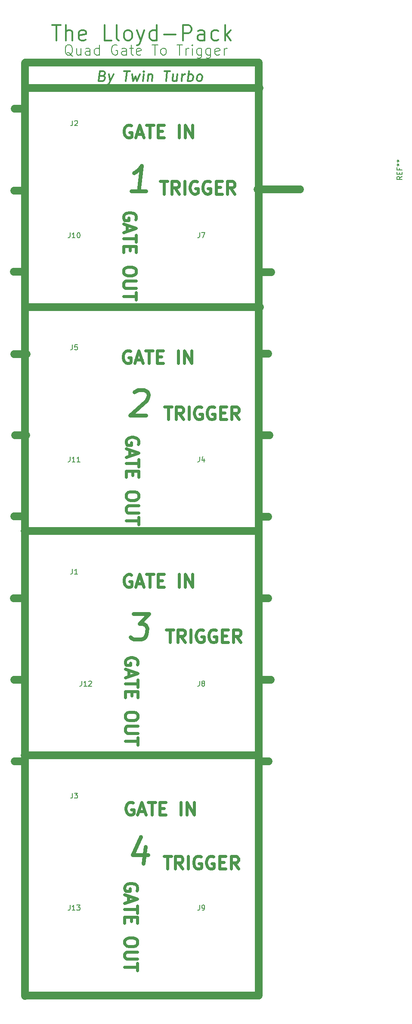
<source format=gbr>
G04 #@! TF.GenerationSoftware,KiCad,Pcbnew,(5.1.5)-3*
G04 #@! TF.CreationDate,2020-07-13T19:54:25+01:00*
G04 #@! TF.ProjectId,Panel,50616e65-6c2e-46b6-9963-61645f706362,rev?*
G04 #@! TF.SameCoordinates,Original*
G04 #@! TF.FileFunction,Legend,Top*
G04 #@! TF.FilePolarity,Positive*
%FSLAX46Y46*%
G04 Gerber Fmt 4.6, Leading zero omitted, Abs format (unit mm)*
G04 Created by KiCad (PCBNEW (5.1.5)-3) date 2020-07-13 19:54:25*
%MOMM*%
%LPD*%
G04 APERTURE LIST*
%ADD10C,1.500000*%
%ADD11C,0.300000*%
%ADD12C,0.625000*%
%ADD13C,0.150000*%
%ADD14C,0.750000*%
G04 APERTURE END LIST*
D10*
X147302220Y7965440D02*
X193248280Y7965440D01*
D11*
X162429930Y10371437D02*
X162703740Y10276199D01*
X162787073Y10180960D01*
X162858502Y9990484D01*
X162822787Y9704770D01*
X162703740Y9514294D01*
X162596597Y9419056D01*
X162394216Y9323818D01*
X161632311Y9323818D01*
X161882311Y11323818D01*
X162548978Y11323818D01*
X162727549Y11228580D01*
X162810883Y11133341D01*
X162882311Y10942865D01*
X162858502Y10752389D01*
X162739454Y10561913D01*
X162632311Y10466675D01*
X162429930Y10371437D01*
X161763264Y10371437D01*
X163608502Y10657151D02*
X163918025Y9323818D01*
X164560883Y10657151D02*
X163918025Y9323818D01*
X163668025Y8847627D01*
X163560883Y8752389D01*
X163358502Y8657151D01*
X166644216Y11323818D02*
X167787073Y11323818D01*
X166965645Y9323818D02*
X167215645Y11323818D01*
X168179930Y10657151D02*
X168394216Y9323818D01*
X168894216Y10276199D01*
X169156121Y9323818D01*
X169703740Y10657151D01*
X170298978Y9323818D02*
X170465645Y10657151D01*
X170548978Y11323818D02*
X170441835Y11228580D01*
X170525168Y11133341D01*
X170632311Y11228580D01*
X170548978Y11323818D01*
X170525168Y11133341D01*
X171418025Y10657151D02*
X171251359Y9323818D01*
X171394216Y10466675D02*
X171501359Y10561913D01*
X171703740Y10657151D01*
X171989454Y10657151D01*
X172168025Y10561913D01*
X172239454Y10371437D01*
X172108502Y9323818D01*
X174548978Y11323818D02*
X175691835Y11323818D01*
X174870406Y9323818D02*
X175120406Y11323818D01*
X177132311Y10657151D02*
X176965645Y9323818D01*
X176275168Y10657151D02*
X176144216Y9609532D01*
X176215645Y9419056D01*
X176394216Y9323818D01*
X176679930Y9323818D01*
X176882311Y9419056D01*
X176989454Y9514294D01*
X177918025Y9323818D02*
X178084692Y10657151D01*
X178037073Y10276199D02*
X178156121Y10466675D01*
X178263264Y10561913D01*
X178465645Y10657151D01*
X178656121Y10657151D01*
X179156121Y9323818D02*
X179406121Y11323818D01*
X179310883Y10561913D02*
X179513264Y10657151D01*
X179894216Y10657151D01*
X180072787Y10561913D01*
X180156121Y10466675D01*
X180227549Y10276199D01*
X180156121Y9704770D01*
X180037073Y9514294D01*
X179929930Y9419056D01*
X179727549Y9323818D01*
X179346597Y9323818D01*
X179168025Y9419056D01*
X181251359Y9323818D02*
X181072787Y9419056D01*
X180989454Y9514294D01*
X180918025Y9704770D01*
X180989454Y10276199D01*
X181108502Y10466675D01*
X181215645Y10561913D01*
X181418025Y10657151D01*
X181703740Y10657151D01*
X181882311Y10561913D01*
X181965645Y10466675D01*
X182037073Y10276199D01*
X181965645Y9704770D01*
X181846597Y9514294D01*
X181739454Y9419056D01*
X181537073Y9323818D01*
X181251359Y9323818D01*
D12*
X168409337Y-132326060D02*
X168171241Y-132207012D01*
X167814099Y-132207012D01*
X167456956Y-132326060D01*
X167218860Y-132564155D01*
X167099813Y-132802250D01*
X166980765Y-133278440D01*
X166980765Y-133635583D01*
X167099813Y-134111774D01*
X167218860Y-134349869D01*
X167456956Y-134587964D01*
X167814099Y-134707012D01*
X168052194Y-134707012D01*
X168409337Y-134587964D01*
X168528384Y-134468917D01*
X168528384Y-133635583D01*
X168052194Y-133635583D01*
X169480765Y-133992726D02*
X170671241Y-133992726D01*
X169242670Y-134707012D02*
X170076003Y-132207012D01*
X170909337Y-134707012D01*
X171385527Y-132207012D02*
X172814099Y-132207012D01*
X172099813Y-134707012D02*
X172099813Y-132207012D01*
X173647432Y-133397488D02*
X174480765Y-133397488D01*
X174837908Y-134707012D02*
X173647432Y-134707012D01*
X173647432Y-132207012D01*
X174837908Y-132207012D01*
X177814099Y-134707012D02*
X177814099Y-132207012D01*
X179004575Y-134707012D02*
X179004575Y-132207012D01*
X180433146Y-134707012D01*
X180433146Y-132207012D01*
X169113520Y-149546870D02*
X169232567Y-149308775D01*
X169232567Y-148951632D01*
X169113520Y-148594489D01*
X168875424Y-148356394D01*
X168637329Y-148237346D01*
X168161139Y-148118299D01*
X167803996Y-148118299D01*
X167327805Y-148237346D01*
X167089710Y-148356394D01*
X166851615Y-148594489D01*
X166732567Y-148951632D01*
X166732567Y-149189727D01*
X166851615Y-149546870D01*
X166970662Y-149665918D01*
X167803996Y-149665918D01*
X167803996Y-149189727D01*
X167446853Y-150618299D02*
X167446853Y-151808775D01*
X166732567Y-150380203D02*
X169232567Y-151213537D01*
X166732567Y-152046870D01*
X169232567Y-152523060D02*
X169232567Y-153951632D01*
X166732567Y-153237346D02*
X169232567Y-153237346D01*
X168042091Y-154784965D02*
X168042091Y-155618299D01*
X166732567Y-155975441D02*
X166732567Y-154784965D01*
X169232567Y-154784965D01*
X169232567Y-155975441D01*
X169232567Y-159427822D02*
X169232567Y-159904013D01*
X169113520Y-160142108D01*
X168875424Y-160380203D01*
X168399234Y-160499251D01*
X167565900Y-160499251D01*
X167089710Y-160380203D01*
X166851615Y-160142108D01*
X166732567Y-159904013D01*
X166732567Y-159427822D01*
X166851615Y-159189727D01*
X167089710Y-158951632D01*
X167565900Y-158832584D01*
X168399234Y-158832584D01*
X168875424Y-158951632D01*
X169113520Y-159189727D01*
X169232567Y-159427822D01*
X169232567Y-161570680D02*
X167208758Y-161570680D01*
X166970662Y-161689727D01*
X166851615Y-161808775D01*
X166732567Y-162046870D01*
X166732567Y-162523060D01*
X166851615Y-162761156D01*
X166970662Y-162880203D01*
X167208758Y-162999251D01*
X169232567Y-162999251D01*
X169232567Y-163832584D02*
X169232567Y-165261156D01*
X166732567Y-164546870D02*
X169232567Y-164546870D01*
X174464163Y-142788652D02*
X175892735Y-142788652D01*
X175178449Y-145288652D02*
X175178449Y-142788652D01*
X178154640Y-145288652D02*
X177321306Y-144098176D01*
X176726068Y-145288652D02*
X176726068Y-142788652D01*
X177678449Y-142788652D01*
X177916544Y-142907700D01*
X178035592Y-143026747D01*
X178154640Y-143264842D01*
X178154640Y-143621985D01*
X178035592Y-143860080D01*
X177916544Y-143979128D01*
X177678449Y-144098176D01*
X176726068Y-144098176D01*
X179226068Y-145288652D02*
X179226068Y-142788652D01*
X181726068Y-142907700D02*
X181487973Y-142788652D01*
X181130830Y-142788652D01*
X180773687Y-142907700D01*
X180535592Y-143145795D01*
X180416544Y-143383890D01*
X180297497Y-143860080D01*
X180297497Y-144217223D01*
X180416544Y-144693414D01*
X180535592Y-144931509D01*
X180773687Y-145169604D01*
X181130830Y-145288652D01*
X181368925Y-145288652D01*
X181726068Y-145169604D01*
X181845116Y-145050557D01*
X181845116Y-144217223D01*
X181368925Y-144217223D01*
X184226068Y-142907700D02*
X183987973Y-142788652D01*
X183630830Y-142788652D01*
X183273687Y-142907700D01*
X183035592Y-143145795D01*
X182916544Y-143383890D01*
X182797497Y-143860080D01*
X182797497Y-144217223D01*
X182916544Y-144693414D01*
X183035592Y-144931509D01*
X183273687Y-145169604D01*
X183630830Y-145288652D01*
X183868925Y-145288652D01*
X184226068Y-145169604D01*
X184345116Y-145050557D01*
X184345116Y-144217223D01*
X183868925Y-144217223D01*
X185416544Y-143979128D02*
X186249878Y-143979128D01*
X186607020Y-145288652D02*
X185416544Y-145288652D01*
X185416544Y-142788652D01*
X186607020Y-142788652D01*
X189107020Y-145288652D02*
X188273687Y-144098176D01*
X187678449Y-145288652D02*
X187678449Y-142788652D01*
X188630830Y-142788652D01*
X188868925Y-142907700D01*
X188987973Y-143026747D01*
X189107020Y-143264842D01*
X189107020Y-143621985D01*
X188987973Y-143860080D01*
X188868925Y-143979128D01*
X188630830Y-144098176D01*
X187678449Y-144098176D01*
X174939143Y-98323412D02*
X176367715Y-98323412D01*
X175653429Y-100823412D02*
X175653429Y-98323412D01*
X178629620Y-100823412D02*
X177796286Y-99632936D01*
X177201048Y-100823412D02*
X177201048Y-98323412D01*
X178153429Y-98323412D01*
X178391524Y-98442460D01*
X178510572Y-98561507D01*
X178629620Y-98799602D01*
X178629620Y-99156745D01*
X178510572Y-99394840D01*
X178391524Y-99513888D01*
X178153429Y-99632936D01*
X177201048Y-99632936D01*
X179701048Y-100823412D02*
X179701048Y-98323412D01*
X182201048Y-98442460D02*
X181962953Y-98323412D01*
X181605810Y-98323412D01*
X181248667Y-98442460D01*
X181010572Y-98680555D01*
X180891524Y-98918650D01*
X180772477Y-99394840D01*
X180772477Y-99751983D01*
X180891524Y-100228174D01*
X181010572Y-100466269D01*
X181248667Y-100704364D01*
X181605810Y-100823412D01*
X181843905Y-100823412D01*
X182201048Y-100704364D01*
X182320096Y-100585317D01*
X182320096Y-99751983D01*
X181843905Y-99751983D01*
X184701048Y-98442460D02*
X184462953Y-98323412D01*
X184105810Y-98323412D01*
X183748667Y-98442460D01*
X183510572Y-98680555D01*
X183391524Y-98918650D01*
X183272477Y-99394840D01*
X183272477Y-99751983D01*
X183391524Y-100228174D01*
X183510572Y-100466269D01*
X183748667Y-100704364D01*
X184105810Y-100823412D01*
X184343905Y-100823412D01*
X184701048Y-100704364D01*
X184820096Y-100585317D01*
X184820096Y-99751983D01*
X184343905Y-99751983D01*
X185891524Y-99513888D02*
X186724858Y-99513888D01*
X187082000Y-100823412D02*
X185891524Y-100823412D01*
X185891524Y-98323412D01*
X187082000Y-98323412D01*
X189582000Y-100823412D02*
X188748667Y-99632936D01*
X188153429Y-100823412D02*
X188153429Y-98323412D01*
X189105810Y-98323412D01*
X189343905Y-98442460D01*
X189462953Y-98561507D01*
X189582000Y-98799602D01*
X189582000Y-99156745D01*
X189462953Y-99394840D01*
X189343905Y-99513888D01*
X189105810Y-99632936D01*
X188153429Y-99632936D01*
X169215120Y-105218790D02*
X169334167Y-104980695D01*
X169334167Y-104623552D01*
X169215120Y-104266409D01*
X168977024Y-104028314D01*
X168738929Y-103909266D01*
X168262739Y-103790219D01*
X167905596Y-103790219D01*
X167429405Y-103909266D01*
X167191310Y-104028314D01*
X166953215Y-104266409D01*
X166834167Y-104623552D01*
X166834167Y-104861647D01*
X166953215Y-105218790D01*
X167072262Y-105337838D01*
X167905596Y-105337838D01*
X167905596Y-104861647D01*
X167548453Y-106290219D02*
X167548453Y-107480695D01*
X166834167Y-106052123D02*
X169334167Y-106885457D01*
X166834167Y-107718790D01*
X169334167Y-108194980D02*
X169334167Y-109623552D01*
X166834167Y-108909266D02*
X169334167Y-108909266D01*
X168143691Y-110456885D02*
X168143691Y-111290219D01*
X166834167Y-111647361D02*
X166834167Y-110456885D01*
X169334167Y-110456885D01*
X169334167Y-111647361D01*
X169334167Y-115099742D02*
X169334167Y-115575933D01*
X169215120Y-115814028D01*
X168977024Y-116052123D01*
X168500834Y-116171171D01*
X167667500Y-116171171D01*
X167191310Y-116052123D01*
X166953215Y-115814028D01*
X166834167Y-115575933D01*
X166834167Y-115099742D01*
X166953215Y-114861647D01*
X167191310Y-114623552D01*
X167667500Y-114504504D01*
X168500834Y-114504504D01*
X168977024Y-114623552D01*
X169215120Y-114861647D01*
X169334167Y-115099742D01*
X169334167Y-117242600D02*
X167310358Y-117242600D01*
X167072262Y-117361647D01*
X166953215Y-117480695D01*
X166834167Y-117718790D01*
X166834167Y-118194980D01*
X166953215Y-118433076D01*
X167072262Y-118552123D01*
X167310358Y-118671171D01*
X169334167Y-118671171D01*
X169334167Y-119504504D02*
X169334167Y-120933076D01*
X166834167Y-120218790D02*
X169334167Y-120218790D01*
X168035957Y-87596660D02*
X167797861Y-87477612D01*
X167440719Y-87477612D01*
X167083576Y-87596660D01*
X166845480Y-87834755D01*
X166726433Y-88072850D01*
X166607385Y-88549040D01*
X166607385Y-88906183D01*
X166726433Y-89382374D01*
X166845480Y-89620469D01*
X167083576Y-89858564D01*
X167440719Y-89977612D01*
X167678814Y-89977612D01*
X168035957Y-89858564D01*
X168155004Y-89739517D01*
X168155004Y-88906183D01*
X167678814Y-88906183D01*
X169107385Y-89263326D02*
X170297861Y-89263326D01*
X168869290Y-89977612D02*
X169702623Y-87477612D01*
X170535957Y-89977612D01*
X171012147Y-87477612D02*
X172440719Y-87477612D01*
X171726433Y-89977612D02*
X171726433Y-87477612D01*
X173274052Y-88668088D02*
X174107385Y-88668088D01*
X174464528Y-89977612D02*
X173274052Y-89977612D01*
X173274052Y-87477612D01*
X174464528Y-87477612D01*
X177440719Y-89977612D02*
X177440719Y-87477612D01*
X178631195Y-89977612D02*
X178631195Y-87477612D01*
X180059766Y-89977612D01*
X180059766Y-87477612D01*
X169385300Y-61982910D02*
X169504347Y-61744815D01*
X169504347Y-61387672D01*
X169385300Y-61030529D01*
X169147204Y-60792434D01*
X168909109Y-60673386D01*
X168432919Y-60554339D01*
X168075776Y-60554339D01*
X167599585Y-60673386D01*
X167361490Y-60792434D01*
X167123395Y-61030529D01*
X167004347Y-61387672D01*
X167004347Y-61625767D01*
X167123395Y-61982910D01*
X167242442Y-62101958D01*
X168075776Y-62101958D01*
X168075776Y-61625767D01*
X167718633Y-63054339D02*
X167718633Y-64244815D01*
X167004347Y-62816243D02*
X169504347Y-63649577D01*
X167004347Y-64482910D01*
X169504347Y-64959100D02*
X169504347Y-66387672D01*
X167004347Y-65673386D02*
X169504347Y-65673386D01*
X168313871Y-67221005D02*
X168313871Y-68054339D01*
X167004347Y-68411481D02*
X167004347Y-67221005D01*
X169504347Y-67221005D01*
X169504347Y-68411481D01*
X169504347Y-71863862D02*
X169504347Y-72340053D01*
X169385300Y-72578148D01*
X169147204Y-72816243D01*
X168671014Y-72935291D01*
X167837680Y-72935291D01*
X167361490Y-72816243D01*
X167123395Y-72578148D01*
X167004347Y-72340053D01*
X167004347Y-71863862D01*
X167123395Y-71625767D01*
X167361490Y-71387672D01*
X167837680Y-71268624D01*
X168671014Y-71268624D01*
X169147204Y-71387672D01*
X169385300Y-71625767D01*
X169504347Y-71863862D01*
X169504347Y-74006720D02*
X167480538Y-74006720D01*
X167242442Y-74125767D01*
X167123395Y-74244815D01*
X167004347Y-74482910D01*
X167004347Y-74959100D01*
X167123395Y-75197196D01*
X167242442Y-75316243D01*
X167480538Y-75435291D01*
X169504347Y-75435291D01*
X169504347Y-76268624D02*
X169504347Y-77697196D01*
X167004347Y-76982910D02*
X169504347Y-76982910D01*
X167865777Y-43667360D02*
X167627681Y-43548312D01*
X167270539Y-43548312D01*
X166913396Y-43667360D01*
X166675300Y-43905455D01*
X166556253Y-44143550D01*
X166437205Y-44619740D01*
X166437205Y-44976883D01*
X166556253Y-45453074D01*
X166675300Y-45691169D01*
X166913396Y-45929264D01*
X167270539Y-46048312D01*
X167508634Y-46048312D01*
X167865777Y-45929264D01*
X167984824Y-45810217D01*
X167984824Y-44976883D01*
X167508634Y-44976883D01*
X168937205Y-45334026D02*
X170127681Y-45334026D01*
X168699110Y-46048312D02*
X169532443Y-43548312D01*
X170365777Y-46048312D01*
X170841967Y-43548312D02*
X172270539Y-43548312D01*
X171556253Y-46048312D02*
X171556253Y-43548312D01*
X173103872Y-44738788D02*
X173937205Y-44738788D01*
X174294348Y-46048312D02*
X173103872Y-46048312D01*
X173103872Y-43548312D01*
X174294348Y-43548312D01*
X177270539Y-46048312D02*
X177270539Y-43548312D01*
X178461015Y-46048312D02*
X178461015Y-43548312D01*
X179889586Y-46048312D01*
X179889586Y-43548312D01*
X174601323Y-54571912D02*
X176029895Y-54571912D01*
X175315609Y-57071912D02*
X175315609Y-54571912D01*
X178291800Y-57071912D02*
X177458466Y-55881436D01*
X176863228Y-57071912D02*
X176863228Y-54571912D01*
X177815609Y-54571912D01*
X178053704Y-54690960D01*
X178172752Y-54810007D01*
X178291800Y-55048102D01*
X178291800Y-55405245D01*
X178172752Y-55643340D01*
X178053704Y-55762388D01*
X177815609Y-55881436D01*
X176863228Y-55881436D01*
X179363228Y-57071912D02*
X179363228Y-54571912D01*
X181863228Y-54690960D02*
X181625133Y-54571912D01*
X181267990Y-54571912D01*
X180910847Y-54690960D01*
X180672752Y-54929055D01*
X180553704Y-55167150D01*
X180434657Y-55643340D01*
X180434657Y-56000483D01*
X180553704Y-56476674D01*
X180672752Y-56714769D01*
X180910847Y-56952864D01*
X181267990Y-57071912D01*
X181506085Y-57071912D01*
X181863228Y-56952864D01*
X181982276Y-56833817D01*
X181982276Y-56000483D01*
X181506085Y-56000483D01*
X184363228Y-54690960D02*
X184125133Y-54571912D01*
X183767990Y-54571912D01*
X183410847Y-54690960D01*
X183172752Y-54929055D01*
X183053704Y-55167150D01*
X182934657Y-55643340D01*
X182934657Y-56000483D01*
X183053704Y-56476674D01*
X183172752Y-56714769D01*
X183410847Y-56952864D01*
X183767990Y-57071912D01*
X184006085Y-57071912D01*
X184363228Y-56952864D01*
X184482276Y-56833817D01*
X184482276Y-56000483D01*
X184006085Y-56000483D01*
X185553704Y-55762388D02*
X186387038Y-55762388D01*
X186744180Y-57071912D02*
X185553704Y-57071912D01*
X185553704Y-54571912D01*
X186744180Y-54571912D01*
X189244180Y-57071912D02*
X188410847Y-55881436D01*
X187815609Y-57071912D02*
X187815609Y-54571912D01*
X188767990Y-54571912D01*
X189006085Y-54690960D01*
X189125133Y-54810007D01*
X189244180Y-55048102D01*
X189244180Y-55405245D01*
X189125133Y-55643340D01*
X189006085Y-55762388D01*
X188767990Y-55881436D01*
X187815609Y-55881436D01*
X173752963Y-10309872D02*
X175181535Y-10309872D01*
X174467249Y-12809872D02*
X174467249Y-10309872D01*
X177443440Y-12809872D02*
X176610106Y-11619396D01*
X176014868Y-12809872D02*
X176014868Y-10309872D01*
X176967249Y-10309872D01*
X177205344Y-10428920D01*
X177324392Y-10547967D01*
X177443440Y-10786062D01*
X177443440Y-11143205D01*
X177324392Y-11381300D01*
X177205344Y-11500348D01*
X176967249Y-11619396D01*
X176014868Y-11619396D01*
X178514868Y-12809872D02*
X178514868Y-10309872D01*
X181014868Y-10428920D02*
X180776773Y-10309872D01*
X180419630Y-10309872D01*
X180062487Y-10428920D01*
X179824392Y-10667015D01*
X179705344Y-10905110D01*
X179586297Y-11381300D01*
X179586297Y-11738443D01*
X179705344Y-12214634D01*
X179824392Y-12452729D01*
X180062487Y-12690824D01*
X180419630Y-12809872D01*
X180657725Y-12809872D01*
X181014868Y-12690824D01*
X181133916Y-12571777D01*
X181133916Y-11738443D01*
X180657725Y-11738443D01*
X183514868Y-10428920D02*
X183276773Y-10309872D01*
X182919630Y-10309872D01*
X182562487Y-10428920D01*
X182324392Y-10667015D01*
X182205344Y-10905110D01*
X182086297Y-11381300D01*
X182086297Y-11738443D01*
X182205344Y-12214634D01*
X182324392Y-12452729D01*
X182562487Y-12690824D01*
X182919630Y-12809872D01*
X183157725Y-12809872D01*
X183514868Y-12690824D01*
X183633916Y-12571777D01*
X183633916Y-11738443D01*
X183157725Y-11738443D01*
X184705344Y-11500348D02*
X185538678Y-11500348D01*
X185895820Y-12809872D02*
X184705344Y-12809872D01*
X184705344Y-10309872D01*
X185895820Y-10309872D01*
X188395820Y-12809872D02*
X187562487Y-11619396D01*
X186967249Y-12809872D02*
X186967249Y-10309872D01*
X187919630Y-10309872D01*
X188157725Y-10428920D01*
X188276773Y-10547967D01*
X188395820Y-10786062D01*
X188395820Y-11143205D01*
X188276773Y-11381300D01*
X188157725Y-11500348D01*
X187919630Y-11619396D01*
X186967249Y-11619396D01*
X168877300Y-17883430D02*
X168996347Y-17645335D01*
X168996347Y-17288192D01*
X168877300Y-16931049D01*
X168639204Y-16692954D01*
X168401109Y-16573906D01*
X167924919Y-16454859D01*
X167567776Y-16454859D01*
X167091585Y-16573906D01*
X166853490Y-16692954D01*
X166615395Y-16931049D01*
X166496347Y-17288192D01*
X166496347Y-17526287D01*
X166615395Y-17883430D01*
X166734442Y-18002478D01*
X167567776Y-18002478D01*
X167567776Y-17526287D01*
X167210633Y-18954859D02*
X167210633Y-20145335D01*
X166496347Y-18716763D02*
X168996347Y-19550097D01*
X166496347Y-20383430D01*
X168996347Y-20859620D02*
X168996347Y-22288192D01*
X166496347Y-21573906D02*
X168996347Y-21573906D01*
X167805871Y-23121525D02*
X167805871Y-23954859D01*
X166496347Y-24312001D02*
X166496347Y-23121525D01*
X168996347Y-23121525D01*
X168996347Y-24312001D01*
X168996347Y-27764382D02*
X168996347Y-28240573D01*
X168877300Y-28478668D01*
X168639204Y-28716763D01*
X168163014Y-28835811D01*
X167329680Y-28835811D01*
X166853490Y-28716763D01*
X166615395Y-28478668D01*
X166496347Y-28240573D01*
X166496347Y-27764382D01*
X166615395Y-27526287D01*
X166853490Y-27288192D01*
X167329680Y-27169144D01*
X168163014Y-27169144D01*
X168639204Y-27288192D01*
X168877300Y-27526287D01*
X168996347Y-27764382D01*
X168996347Y-29907240D02*
X166972538Y-29907240D01*
X166734442Y-30026287D01*
X166615395Y-30145335D01*
X166496347Y-30383430D01*
X166496347Y-30859620D01*
X166615395Y-31097716D01*
X166734442Y-31216763D01*
X166972538Y-31335811D01*
X168996347Y-31335811D01*
X168996347Y-32169144D02*
X168996347Y-33597716D01*
X166496347Y-32883430D02*
X168996347Y-32883430D01*
D10*
X147091400Y-123000000D02*
X193037460Y-123000000D01*
X147091400Y-79000000D02*
X193037460Y-79000000D01*
X147396200Y-35000000D02*
X193342260Y-35000000D01*
D13*
X156515327Y14259061D02*
X156324851Y14354300D01*
X156134375Y14544776D01*
X155848660Y14830490D01*
X155658184Y14925728D01*
X155467708Y14925728D01*
X155562946Y14449538D02*
X155372470Y14544776D01*
X155181994Y14735252D01*
X155086756Y15116204D01*
X155086756Y15782871D01*
X155181994Y16163823D01*
X155372470Y16354300D01*
X155562946Y16449538D01*
X155943899Y16449538D01*
X156134375Y16354300D01*
X156324851Y16163823D01*
X156420089Y15782871D01*
X156420089Y15116204D01*
X156324851Y14735252D01*
X156134375Y14544776D01*
X155943899Y14449538D01*
X155562946Y14449538D01*
X158134375Y15782871D02*
X158134375Y14449538D01*
X157277232Y15782871D02*
X157277232Y14735252D01*
X157372470Y14544776D01*
X157562946Y14449538D01*
X157848660Y14449538D01*
X158039137Y14544776D01*
X158134375Y14640014D01*
X159943899Y14449538D02*
X159943899Y15497157D01*
X159848660Y15687633D01*
X159658184Y15782871D01*
X159277232Y15782871D01*
X159086756Y15687633D01*
X159943899Y14544776D02*
X159753422Y14449538D01*
X159277232Y14449538D01*
X159086756Y14544776D01*
X158991518Y14735252D01*
X158991518Y14925728D01*
X159086756Y15116204D01*
X159277232Y15211442D01*
X159753422Y15211442D01*
X159943899Y15306680D01*
X161753422Y14449538D02*
X161753422Y16449538D01*
X161753422Y14544776D02*
X161562946Y14449538D01*
X161181994Y14449538D01*
X160991518Y14544776D01*
X160896280Y14640014D01*
X160801041Y14830490D01*
X160801041Y15401919D01*
X160896280Y15592395D01*
X160991518Y15687633D01*
X161181994Y15782871D01*
X161562946Y15782871D01*
X161753422Y15687633D01*
X165277232Y16354300D02*
X165086756Y16449538D01*
X164801041Y16449538D01*
X164515327Y16354300D01*
X164324851Y16163823D01*
X164229613Y15973347D01*
X164134375Y15592395D01*
X164134375Y15306680D01*
X164229613Y14925728D01*
X164324851Y14735252D01*
X164515327Y14544776D01*
X164801041Y14449538D01*
X164991518Y14449538D01*
X165277232Y14544776D01*
X165372470Y14640014D01*
X165372470Y15306680D01*
X164991518Y15306680D01*
X167086756Y14449538D02*
X167086756Y15497157D01*
X166991518Y15687633D01*
X166801041Y15782871D01*
X166420089Y15782871D01*
X166229613Y15687633D01*
X167086756Y14544776D02*
X166896280Y14449538D01*
X166420089Y14449538D01*
X166229613Y14544776D01*
X166134375Y14735252D01*
X166134375Y14925728D01*
X166229613Y15116204D01*
X166420089Y15211442D01*
X166896280Y15211442D01*
X167086756Y15306680D01*
X167753422Y15782871D02*
X168515327Y15782871D01*
X168039137Y16449538D02*
X168039137Y14735252D01*
X168134375Y14544776D01*
X168324851Y14449538D01*
X168515327Y14449538D01*
X169943899Y14544776D02*
X169753422Y14449538D01*
X169372470Y14449538D01*
X169181994Y14544776D01*
X169086756Y14735252D01*
X169086756Y15497157D01*
X169181994Y15687633D01*
X169372470Y15782871D01*
X169753422Y15782871D01*
X169943899Y15687633D01*
X170039137Y15497157D01*
X170039137Y15306680D01*
X169086756Y15116204D01*
X172134375Y16449538D02*
X173277232Y16449538D01*
X172705803Y14449538D02*
X172705803Y16449538D01*
X174229613Y14449538D02*
X174039137Y14544776D01*
X173943899Y14640014D01*
X173848660Y14830490D01*
X173848660Y15401919D01*
X173943899Y15592395D01*
X174039137Y15687633D01*
X174229613Y15782871D01*
X174515327Y15782871D01*
X174705803Y15687633D01*
X174801041Y15592395D01*
X174896280Y15401919D01*
X174896280Y14830490D01*
X174801041Y14640014D01*
X174705803Y14544776D01*
X174515327Y14449538D01*
X174229613Y14449538D01*
X176991518Y16449538D02*
X178134375Y16449538D01*
X177562946Y14449538D02*
X177562946Y16449538D01*
X178801041Y14449538D02*
X178801041Y15782871D01*
X178801041Y15401919D02*
X178896280Y15592395D01*
X178991518Y15687633D01*
X179181994Y15782871D01*
X179372470Y15782871D01*
X180039137Y14449538D02*
X180039137Y15782871D01*
X180039137Y16449538D02*
X179943899Y16354300D01*
X180039137Y16259061D01*
X180134375Y16354300D01*
X180039137Y16449538D01*
X180039137Y16259061D01*
X181848660Y15782871D02*
X181848660Y14163823D01*
X181753422Y13973347D01*
X181658184Y13878109D01*
X181467708Y13782871D01*
X181181994Y13782871D01*
X180991518Y13878109D01*
X181848660Y14544776D02*
X181658184Y14449538D01*
X181277232Y14449538D01*
X181086756Y14544776D01*
X180991518Y14640014D01*
X180896280Y14830490D01*
X180896280Y15401919D01*
X180991518Y15592395D01*
X181086756Y15687633D01*
X181277232Y15782871D01*
X181658184Y15782871D01*
X181848660Y15687633D01*
X183658184Y15782871D02*
X183658184Y14163823D01*
X183562946Y13973347D01*
X183467708Y13878109D01*
X183277232Y13782871D01*
X182991518Y13782871D01*
X182801041Y13878109D01*
X183658184Y14544776D02*
X183467708Y14449538D01*
X183086756Y14449538D01*
X182896280Y14544776D01*
X182801041Y14640014D01*
X182705803Y14830490D01*
X182705803Y15401919D01*
X182801041Y15592395D01*
X182896280Y15687633D01*
X183086756Y15782871D01*
X183467708Y15782871D01*
X183658184Y15687633D01*
X185372470Y14544776D02*
X185181994Y14449538D01*
X184801041Y14449538D01*
X184610565Y14544776D01*
X184515327Y14735252D01*
X184515327Y15497157D01*
X184610565Y15687633D01*
X184801041Y15782871D01*
X185181994Y15782871D01*
X185372470Y15687633D01*
X185467708Y15497157D01*
X185467708Y15306680D01*
X184515327Y15116204D01*
X186324851Y14449538D02*
X186324851Y15782871D01*
X186324851Y15401919D02*
X186420089Y15592395D01*
X186515327Y15687633D01*
X186705803Y15782871D01*
X186896280Y15782871D01*
D11*
X152478414Y20319477D02*
X154192700Y20319477D01*
X153335557Y17319477D02*
X153335557Y20319477D01*
X155192700Y17319477D02*
X155192700Y20319477D01*
X156478414Y17319477D02*
X156478414Y18890905D01*
X156335557Y19176620D01*
X156049842Y19319477D01*
X155621271Y19319477D01*
X155335557Y19176620D01*
X155192700Y19033762D01*
X159049842Y17462334D02*
X158764128Y17319477D01*
X158192700Y17319477D01*
X157906985Y17462334D01*
X157764128Y17748048D01*
X157764128Y18890905D01*
X157906985Y19176620D01*
X158192700Y19319477D01*
X158764128Y19319477D01*
X159049842Y19176620D01*
X159192700Y18890905D01*
X159192700Y18605191D01*
X157764128Y18319477D01*
X164192700Y17319477D02*
X162764128Y17319477D01*
X162764128Y20319477D01*
X165621271Y17319477D02*
X165335557Y17462334D01*
X165192700Y17748048D01*
X165192700Y20319477D01*
X167192700Y17319477D02*
X166906985Y17462334D01*
X166764128Y17605191D01*
X166621271Y17890905D01*
X166621271Y18748048D01*
X166764128Y19033762D01*
X166906985Y19176620D01*
X167192700Y19319477D01*
X167621271Y19319477D01*
X167906985Y19176620D01*
X168049842Y19033762D01*
X168192700Y18748048D01*
X168192700Y17890905D01*
X168049842Y17605191D01*
X167906985Y17462334D01*
X167621271Y17319477D01*
X167192700Y17319477D01*
X169192700Y19319477D02*
X169906985Y17319477D01*
X170621271Y19319477D02*
X169906985Y17319477D01*
X169621271Y16605191D01*
X169478414Y16462334D01*
X169192700Y16319477D01*
X173049842Y17319477D02*
X173049842Y20319477D01*
X173049842Y17462334D02*
X172764128Y17319477D01*
X172192700Y17319477D01*
X171906985Y17462334D01*
X171764128Y17605191D01*
X171621271Y17890905D01*
X171621271Y18748048D01*
X171764128Y19033762D01*
X171906985Y19176620D01*
X172192700Y19319477D01*
X172764128Y19319477D01*
X173049842Y19176620D01*
X174478414Y18462334D02*
X176764128Y18462334D01*
X178192700Y17319477D02*
X178192700Y20319477D01*
X179335557Y20319477D01*
X179621271Y20176620D01*
X179764128Y20033762D01*
X179906985Y19748048D01*
X179906985Y19319477D01*
X179764128Y19033762D01*
X179621271Y18890905D01*
X179335557Y18748048D01*
X178192700Y18748048D01*
X182478414Y17319477D02*
X182478414Y18890905D01*
X182335557Y19176620D01*
X182049842Y19319477D01*
X181478414Y19319477D01*
X181192700Y19176620D01*
X182478414Y17462334D02*
X182192700Y17319477D01*
X181478414Y17319477D01*
X181192700Y17462334D01*
X181049842Y17748048D01*
X181049842Y18033762D01*
X181192700Y18319477D01*
X181478414Y18462334D01*
X182192700Y18462334D01*
X182478414Y18605191D01*
X185192700Y17462334D02*
X184906985Y17319477D01*
X184335557Y17319477D01*
X184049842Y17462334D01*
X183906985Y17605191D01*
X183764128Y17890905D01*
X183764128Y18748048D01*
X183906985Y19033762D01*
X184049842Y19176620D01*
X184335557Y19319477D01*
X184906985Y19319477D01*
X185192700Y19176620D01*
X186478414Y17319477D02*
X186478414Y20319477D01*
X186764128Y18462334D02*
X187621271Y17319477D01*
X187621271Y19319477D02*
X186478414Y18176620D01*
D10*
X193085720Y-170195240D02*
X147144740Y-170195240D01*
X193131440Y-170146980D02*
X193131440Y12885420D01*
X147137120Y-124355860D02*
X147137120Y12872720D01*
X147162520Y-170210480D02*
X147162520Y-124172980D01*
X145077180Y-124172980D02*
X147129500Y-124172980D01*
X145000980Y-108186220D02*
X146839940Y-108186220D01*
X144922240Y-92146120D02*
X146753580Y-92146120D01*
X145041620Y-76113640D02*
X146502120Y-76113640D01*
X145232120Y-60152280D02*
X147424140Y-60152280D01*
X145041620Y-44221400D02*
X147510500Y-44221400D01*
X144909540Y-28079700D02*
X147101560Y-28079700D01*
X192834260Y-11930380D02*
X201261980Y-11930380D01*
X147187920Y12933680D02*
X193133980Y12933680D01*
X193454020Y-76162880D02*
X195011040Y-76162880D01*
X193525140Y-92162880D02*
X194955160Y-92162880D01*
X193690240Y-108162880D02*
X195501260Y-108162880D01*
X193807080Y-124178060D02*
X195023740Y-124178060D01*
X193796920Y-60162880D02*
X195226940Y-60162880D01*
X145105120Y3903980D02*
X147106640Y3903980D01*
X193118740Y-28162880D02*
X195546980Y-28162880D01*
X193929000Y-44162880D02*
X194965320Y-44162880D01*
X145013680Y-12162880D02*
X147119340Y-12162880D01*
D14*
X168636979Y-51738095D02*
X168904836Y-51500000D01*
X169410788Y-51261904D01*
X170601264Y-51261904D01*
X171047693Y-51500000D01*
X171256026Y-51738095D01*
X171434598Y-52214285D01*
X171375074Y-52690476D01*
X171047693Y-53404761D01*
X167833407Y-56261904D01*
X170928645Y-56261904D01*
X168458407Y-95261904D02*
X171553645Y-95261904D01*
X169648883Y-97166666D01*
X170363169Y-97166666D01*
X170809598Y-97404761D01*
X171017931Y-97642857D01*
X171196502Y-98119047D01*
X171047693Y-99309523D01*
X170750074Y-99785714D01*
X170482217Y-100023809D01*
X169976264Y-100261904D01*
X168547693Y-100261904D01*
X168101264Y-100023809D01*
X167892931Y-99785714D01*
X170869122Y-140928571D02*
X170452455Y-144261904D01*
X169916741Y-139023809D02*
X168279836Y-142595238D01*
X171375074Y-142595238D01*
D12*
X168035957Y594680D02*
X167797861Y713727D01*
X167440719Y713727D01*
X167083576Y594680D01*
X166845480Y356584D01*
X166726433Y118489D01*
X166607385Y-357700D01*
X166607385Y-714843D01*
X166726433Y-1191034D01*
X166845480Y-1429129D01*
X167083576Y-1667224D01*
X167440719Y-1786272D01*
X167678814Y-1786272D01*
X168035957Y-1667224D01*
X168155004Y-1548177D01*
X168155004Y-714843D01*
X167678814Y-714843D01*
X169107385Y-1071986D02*
X170297861Y-1071986D01*
X168869290Y-1786272D02*
X169702623Y713727D01*
X170535957Y-1786272D01*
X171012147Y713727D02*
X172440719Y713727D01*
X171726433Y-1786272D02*
X171726433Y713727D01*
X173274052Y-476748D02*
X174107385Y-476748D01*
X174464528Y-1786272D02*
X173274052Y-1786272D01*
X173274052Y713727D01*
X174464528Y713727D01*
X177440719Y-1786272D02*
X177440719Y713727D01*
X178631195Y-1786272D02*
X178631195Y713727D01*
X180059766Y-1786272D01*
X180059766Y713727D01*
D14*
X170928645Y-12261904D02*
X168071502Y-12261904D01*
X169500074Y-12261904D02*
X170125074Y-7261904D01*
X169559598Y-7976190D01*
X169023883Y-8452380D01*
X168517931Y-8690476D01*
D13*
X221285060Y-9405453D02*
X220808870Y-9738786D01*
X221285060Y-9976881D02*
X220285060Y-9976881D01*
X220285060Y-9595929D01*
X220332680Y-9500691D01*
X220380299Y-9453072D01*
X220475537Y-9405453D01*
X220618394Y-9405453D01*
X220713632Y-9453072D01*
X220761251Y-9500691D01*
X220808870Y-9595929D01*
X220808870Y-9976881D01*
X220761251Y-8976881D02*
X220761251Y-8643548D01*
X221285060Y-8500691D02*
X221285060Y-8976881D01*
X220285060Y-8976881D01*
X220285060Y-8500691D01*
X220761251Y-7738786D02*
X220761251Y-8072120D01*
X221285060Y-8072120D02*
X220285060Y-8072120D01*
X220285060Y-7595929D01*
X220285060Y-7072120D02*
X220523156Y-7072120D01*
X220427918Y-7310215D02*
X220523156Y-7072120D01*
X220427918Y-6834024D01*
X220713632Y-7214977D02*
X220523156Y-7072120D01*
X220713632Y-6929262D01*
X220285060Y-6310215D02*
X220523156Y-6310215D01*
X220427918Y-6548310D02*
X220523156Y-6310215D01*
X220427918Y-6072120D01*
X220713632Y-6453072D02*
X220523156Y-6310215D01*
X220713632Y-6167358D01*
X181478166Y-152413180D02*
X181478166Y-153127466D01*
X181430547Y-153270323D01*
X181335309Y-153365561D01*
X181192452Y-153413180D01*
X181097214Y-153413180D01*
X182001976Y-153413180D02*
X182192452Y-153413180D01*
X182287690Y-153365561D01*
X182335309Y-153317942D01*
X182430547Y-153175085D01*
X182478166Y-152984609D01*
X182478166Y-152603657D01*
X182430547Y-152508419D01*
X182382928Y-152460800D01*
X182287690Y-152413180D01*
X182097214Y-152413180D01*
X182001976Y-152460800D01*
X181954357Y-152508419D01*
X181906738Y-152603657D01*
X181906738Y-152841752D01*
X181954357Y-152936990D01*
X182001976Y-152984609D01*
X182097214Y-153032228D01*
X182287690Y-153032228D01*
X182382928Y-152984609D01*
X182430547Y-152936990D01*
X182478166Y-152841752D01*
X156478166Y-130413180D02*
X156478166Y-131127466D01*
X156430547Y-131270323D01*
X156335309Y-131365561D01*
X156192452Y-131413180D01*
X156097214Y-131413180D01*
X156859119Y-130413180D02*
X157478166Y-130413180D01*
X157144833Y-130794133D01*
X157287690Y-130794133D01*
X157382928Y-130841752D01*
X157430547Y-130889371D01*
X157478166Y-130984609D01*
X157478166Y-131222704D01*
X157430547Y-131317942D01*
X157382928Y-131365561D01*
X157287690Y-131413180D01*
X157001976Y-131413180D01*
X156906738Y-131365561D01*
X156859119Y-131317942D01*
X156001976Y-20413180D02*
X156001976Y-21127466D01*
X155954357Y-21270323D01*
X155859119Y-21365561D01*
X155716261Y-21413180D01*
X155621023Y-21413180D01*
X157001976Y-21413180D02*
X156430547Y-21413180D01*
X156716261Y-21413180D02*
X156716261Y-20413180D01*
X156621023Y-20556038D01*
X156525785Y-20651276D01*
X156430547Y-20698895D01*
X157621023Y-20413180D02*
X157716261Y-20413180D01*
X157811500Y-20460800D01*
X157859119Y-20508419D01*
X157906738Y-20603657D01*
X157954357Y-20794133D01*
X157954357Y-21032228D01*
X157906738Y-21222704D01*
X157859119Y-21317942D01*
X157811500Y-21365561D01*
X157716261Y-21413180D01*
X157621023Y-21413180D01*
X157525785Y-21365561D01*
X157478166Y-21317942D01*
X157430547Y-21222704D01*
X157382928Y-21032228D01*
X157382928Y-20794133D01*
X157430547Y-20603657D01*
X157478166Y-20508419D01*
X157525785Y-20460800D01*
X157621023Y-20413180D01*
X156478166Y1586819D02*
X156478166Y872533D01*
X156430547Y729676D01*
X156335309Y634438D01*
X156192452Y586819D01*
X156097214Y586819D01*
X156906738Y1491580D02*
X156954357Y1539200D01*
X157049595Y1586819D01*
X157287690Y1586819D01*
X157382928Y1539200D01*
X157430547Y1491580D01*
X157478166Y1396342D01*
X157478166Y1301104D01*
X157430547Y1158247D01*
X156859119Y586819D01*
X157478166Y586819D01*
X181478166Y-108413180D02*
X181478166Y-109127466D01*
X181430547Y-109270323D01*
X181335309Y-109365561D01*
X181192452Y-109413180D01*
X181097214Y-109413180D01*
X182097214Y-108841752D02*
X182001976Y-108794133D01*
X181954357Y-108746514D01*
X181906738Y-108651276D01*
X181906738Y-108603657D01*
X181954357Y-108508419D01*
X182001976Y-108460800D01*
X182097214Y-108413180D01*
X182287690Y-108413180D01*
X182382928Y-108460800D01*
X182430547Y-108508419D01*
X182478166Y-108603657D01*
X182478166Y-108651276D01*
X182430547Y-108746514D01*
X182382928Y-108794133D01*
X182287690Y-108841752D01*
X182097214Y-108841752D01*
X182001976Y-108889371D01*
X181954357Y-108936990D01*
X181906738Y-109032228D01*
X181906738Y-109222704D01*
X181954357Y-109317942D01*
X182001976Y-109365561D01*
X182097214Y-109413180D01*
X182287690Y-109413180D01*
X182382928Y-109365561D01*
X182430547Y-109317942D01*
X182478166Y-109222704D01*
X182478166Y-109032228D01*
X182430547Y-108936990D01*
X182382928Y-108889371D01*
X182287690Y-108841752D01*
X156478166Y-42413180D02*
X156478166Y-43127466D01*
X156430547Y-43270323D01*
X156335309Y-43365561D01*
X156192452Y-43413180D01*
X156097214Y-43413180D01*
X157430547Y-42413180D02*
X156954357Y-42413180D01*
X156906738Y-42889371D01*
X156954357Y-42841752D01*
X157049595Y-42794133D01*
X157287690Y-42794133D01*
X157382928Y-42841752D01*
X157430547Y-42889371D01*
X157478166Y-42984609D01*
X157478166Y-43222704D01*
X157430547Y-43317942D01*
X157382928Y-43365561D01*
X157287690Y-43413180D01*
X157049595Y-43413180D01*
X156954357Y-43365561D01*
X156906738Y-43317942D01*
X158289956Y-108413180D02*
X158289956Y-109127466D01*
X158242337Y-109270323D01*
X158147099Y-109365561D01*
X158004241Y-109413180D01*
X157909003Y-109413180D01*
X159289956Y-109413180D02*
X158718527Y-109413180D01*
X159004241Y-109413180D02*
X159004241Y-108413180D01*
X158909003Y-108556038D01*
X158813765Y-108651276D01*
X158718527Y-108698895D01*
X159670908Y-108508419D02*
X159718527Y-108460800D01*
X159813765Y-108413180D01*
X160051860Y-108413180D01*
X160147099Y-108460800D01*
X160194718Y-108508419D01*
X160242337Y-108603657D01*
X160242337Y-108698895D01*
X160194718Y-108841752D01*
X159623289Y-109413180D01*
X160242337Y-109413180D01*
X156001976Y-64413180D02*
X156001976Y-65127466D01*
X155954357Y-65270323D01*
X155859119Y-65365561D01*
X155716261Y-65413180D01*
X155621023Y-65413180D01*
X157001976Y-65413180D02*
X156430547Y-65413180D01*
X156716261Y-65413180D02*
X156716261Y-64413180D01*
X156621023Y-64556038D01*
X156525785Y-64651276D01*
X156430547Y-64698895D01*
X157954357Y-65413180D02*
X157382928Y-65413180D01*
X157668642Y-65413180D02*
X157668642Y-64413180D01*
X157573404Y-64556038D01*
X157478166Y-64651276D01*
X157382928Y-64698895D01*
X156478166Y-86413180D02*
X156478166Y-87127466D01*
X156430547Y-87270323D01*
X156335309Y-87365561D01*
X156192452Y-87413180D01*
X156097214Y-87413180D01*
X157478166Y-87413180D02*
X156906738Y-87413180D01*
X157192452Y-87413180D02*
X157192452Y-86413180D01*
X157097214Y-86556038D01*
X157001976Y-86651276D01*
X156906738Y-86698895D01*
X181478166Y-20413180D02*
X181478166Y-21127466D01*
X181430547Y-21270323D01*
X181335309Y-21365561D01*
X181192452Y-21413180D01*
X181097214Y-21413180D01*
X181859119Y-20413180D02*
X182525785Y-20413180D01*
X182097214Y-21413180D01*
X181478166Y-64413180D02*
X181478166Y-65127466D01*
X181430547Y-65270323D01*
X181335309Y-65365561D01*
X181192452Y-65413180D01*
X181097214Y-65413180D01*
X182382928Y-64746514D02*
X182382928Y-65413180D01*
X182144833Y-64365561D02*
X181906738Y-65079847D01*
X182525785Y-65079847D01*
X156001976Y-152413180D02*
X156001976Y-153127466D01*
X155954357Y-153270323D01*
X155859119Y-153365561D01*
X155716261Y-153413180D01*
X155621023Y-153413180D01*
X157001976Y-153413180D02*
X156430547Y-153413180D01*
X156716261Y-153413180D02*
X156716261Y-152413180D01*
X156621023Y-152556038D01*
X156525785Y-152651276D01*
X156430547Y-152698895D01*
X157335309Y-152413180D02*
X157954357Y-152413180D01*
X157621023Y-152794133D01*
X157763880Y-152794133D01*
X157859119Y-152841752D01*
X157906738Y-152889371D01*
X157954357Y-152984609D01*
X157954357Y-153222704D01*
X157906738Y-153317942D01*
X157859119Y-153365561D01*
X157763880Y-153413180D01*
X157478166Y-153413180D01*
X157382928Y-153365561D01*
X157335309Y-153317942D01*
M02*

</source>
